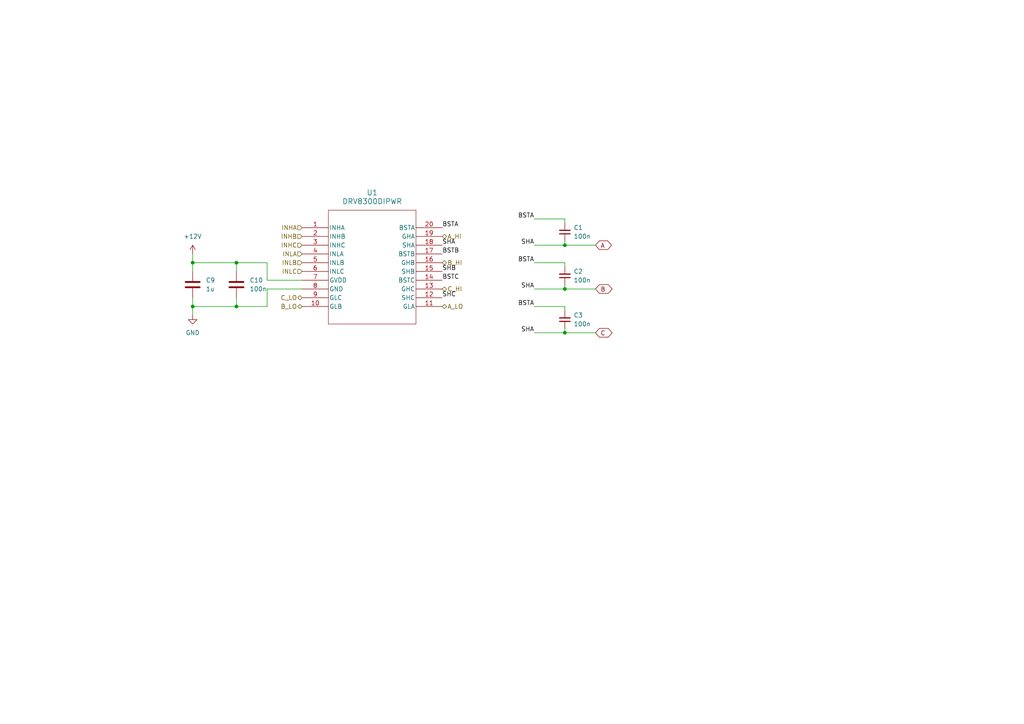
<source format=kicad_sch>
(kicad_sch (version 20250114) (generator "eeschema") (generator_version "9.0")
  (paper "A4")
  (lib_symbols
    (symbol "DRV8300D:DRV8300DIPWR" (pin_names (offset 0.254))
      (property "Reference" "U" (at 20.32 10.16 0))
      (property "Value" "DRV8300DIPWR" (at 20.32 7.62 0))
      (symbol "DRV8300DIPWR_0_1"
        (polyline (pts (xy 7.62 5.08) (xy 7.62 -27.94)) (stroke (width 0.127)))
        (polyline (pts (xy 7.62 -27.94) (xy 33.02 -27.94)) (stroke (width 0.127)))
        (polyline (pts (xy 33.02 5.08) (xy 7.62 5.08)) (stroke (width 0.127)))
        (polyline (pts (xy 33.02 -27.94) (xy 33.02 5.08)) (stroke (width 0.127)))
        (pin input line (at 0 0 0) (length 7.62) (name "INHA") (number "1"))
        (pin input line (at 0 -2.54 0) (length 7.62) (name "INHB") (number "2"))
        (pin input line (at 0 -5.08 0) (length 7.62) (name "INHC") (number "3"))
        (pin input line (at 0 -7.62 0) (length 7.62) (name "INLA") (number "4"))
        (pin input line (at 0 -10.16 0) (length 7.62) (name "INLB") (number "5"))
        (pin input line (at 0 -12.7 0) (length 7.62) (name "INLC") (number "6"))
        (pin power_in line (at 0 -15.24 0) (length 7.62) (name "GVDD") (number "7"))
        (pin power_out line (at 0 -17.78 0) (length 7.62) (name "GND") (number "8"))
        (pin unspecified line (at 0 -20.32 0) (length 7.62) (name "GLC") (number "9"))
        (pin unspecified line (at 0 -22.86 0) (length 7.62) (name "GLB") (number "10"))
        (pin unspecified line (at 40.64 0 180) (length 7.62) (name "BSTA") (number "20"))
        (pin unspecified line (at 40.64 -2.54 180) (length 7.62) (name "GHA") (number "19"))
        (pin unspecified line (at 40.64 -5.08 180) (length 7.62) (name "SHA") (number "18"))
        (pin unspecified line (at 40.64 -7.62 180) (length 7.62) (name "BSTB") (number "17"))
        (pin unspecified line (at 40.64 -10.16 180) (length 7.62) (name "GHB") (number "16"))
        (pin unspecified line (at 40.64 -12.7 180) (length 7.62) (name "SHB") (number "15"))
        (pin unspecified line (at 40.64 -15.24 180) (length 7.62) (name "BSTC") (number "14"))
        (pin unspecified line (at 40.64 -17.78 180) (length 7.62) (name "GHC") (number "13"))
        (pin unspecified line (at 40.64 -20.32 180) (length 7.62) (name "SHC") (number "12"))
        (pin unspecified line (at 40.64 -22.86 180) (length 7.62) (name "GLA") (number "11"))
      )
    )
    (symbol "Device:C" (pin_numbers (hide yes)) (pin_names (offset 0.254))
      (property "Reference" "C" (at 0.635 2.54 0))
      (property "Value" "C" (at 0.635 -2.54 0))
      (symbol "C_0_1"
        (polyline (pts (xy -2.032 0.762) (xy 2.032 0.762)) (stroke (width 0.508)))
        (polyline (pts (xy -2.032 -0.762) (xy 2.032 -0.762)) (stroke (width 0.508)))
      )
      (symbol "C_1_1"
        (pin passive line (at 0 3.81 270) (length 2.794) (name "~") (number "1"))
        (pin passive line (at 0 -3.81 90) (length 2.794) (name "~") (number "2"))
      )
    )
    (symbol "Device:C_Small" (pin_numbers (hide yes)) (pin_names (offset 0.254) (hide yes))
      (property "Reference" "C" (at 0.254 1.778 0))
      (property "Value" "C_Small" (at 0.254 -2.032 0))
      (symbol "C_Small_0_1"
        (polyline (pts (xy -1.524 0.508) (xy 1.524 0.508)) (stroke (width 0.3048)))
        (polyline (pts (xy -1.524 -0.508) (xy 1.524 -0.508)) (stroke (width 0.3302)))
      )
      (symbol "C_Small_1_1"
        (pin passive line (at 0 2.54 270) (length 2.032) (name "~") (number "1"))
        (pin passive line (at 0 -2.54 90) (length 2.032) (name "~") (number "2"))
      )
    )
    (symbol "power:+12V" (power) (pin_numbers (hide yes)) (pin_names (offset 0) (hide yes))
      (property "Value" "+12V" (at 0 3.556 0))
      (symbol "+12V_0_1"
        (polyline (pts (xy -0.762 1.27) (xy 0 2.54)))
        (polyline (pts (xy 0 2.54) (xy 0.762 1.27)))
        (polyline (pts (xy 0 0) (xy 0 2.54)))
      )
      (symbol "+12V_1_1"
        (pin power_in line (at 0 0 90) (length 0) (name "~") (number "1"))
      )
    )
    (symbol "power:GND" (power) (pin_numbers (hide yes)) (pin_names (offset 0) (hide yes))
      (property "Value" "GND" (at 0 -3.81 0))
      (symbol "GND_0_1"
        (polyline (pts (xy 0 0) (xy 0 -1.27) (xy 1.27 -1.27) (xy 0 -2.54) (xy -1.27 -1.27) (xy 0 -1.27)))
      )
      (symbol "GND_1_1"
        (pin power_in line (at 0 0 270) (length 0) (name "~") (number "1"))
      )
    )
  )
  (junction (at 55.88 88.9))
  (junction (at 68.58 76.2))
  (junction (at 55.88 76.2))
  (junction (at 68.58 88.9))
  (junction (at 163.83 71.12))
  (junction (at 163.83 83.82))
  (junction (at 163.83 96.52))
  (wire (pts (xy 68.58 86.36) (xy 68.58 88.9)))
  (wire (pts (xy 163.83 88.9) (xy 163.83 90.17)))
  (wire (pts (xy 55.88 86.36) (xy 55.88 88.9)))
  (wire (pts (xy 163.83 95.25) (xy 163.83 96.52)))
  (wire (pts (xy 77.47 76.2) (xy 77.47 81.28)))
  (wire (pts (xy 163.83 69.85) (xy 163.83 71.12)))
  (wire (pts (xy 154.94 71.12) (xy 163.83 71.12)))
  (wire (pts (xy 163.83 63.5) (xy 163.83 64.77)))
  (wire (pts (xy 163.83 83.82) (xy 172.72 83.82)))
  (wire (pts (xy 163.83 76.2) (xy 163.83 77.47)))
  (wire (pts (xy 163.83 82.55) (xy 163.83 83.82)))
  (wire (pts (xy 55.88 88.9) (xy 55.88 91.44)))
  (wire (pts (xy 154.94 63.5) (xy 163.83 63.5)))
  (wire (pts (xy 154.94 76.2) (xy 163.83 76.2)))
  (wire (pts (xy 77.47 81.28) (xy 87.63 81.28)))
  (wire (pts (xy 154.94 96.52) (xy 163.83 96.52)))
  (wire (pts (xy 154.94 83.82) (xy 163.83 83.82)))
  (wire (pts (xy 154.94 88.9) (xy 163.83 88.9)))
  (wire (pts (xy 77.47 88.9) (xy 77.47 83.82)))
  (wire (pts (xy 68.58 76.2) (xy 68.58 78.74)))
  (wire (pts (xy 77.47 83.82) (xy 87.63 83.82)))
  (wire (pts (xy 55.88 73.66) (xy 55.88 76.2)))
  (wire (pts (xy 163.83 96.52) (xy 172.72 96.52)))
  (wire (pts (xy 68.58 76.2) (xy 77.47 76.2)))
  (wire (pts (xy 68.58 88.9) (xy 55.88 88.9)))
  (wire (pts (xy 55.88 76.2) (xy 55.88 78.74)))
  (wire (pts (xy 163.83 71.12) (xy 172.72 71.12)))
  (wire (pts (xy 77.47 88.9) (xy 68.58 88.9)))
  (wire (pts (xy 55.88 76.2) (xy 68.58 76.2)))
  (label "BSTB" (at 128.27 73.66 0))
  (label "BSTA" (at 154.94 63.5 180))
  (label "SHA" (at 154.94 96.52 180))
  (label "SHB" (at 128.27 78.74 0))
  (label "SHC" (at 128.27 86.36 0))
  (label "BSTA" (at 128.27 66.04 0))
  (label "BSTA" (at 154.94 76.2 180))
  (label "SHA" (at 154.94 71.12 180))
  (label "SHA" (at 128.27 71.12 0))
  (label "BSTA" (at 154.94 88.9 180))
  (label "SHA" (at 154.94 83.82 180))
  (label "BSTC" (at 128.27 81.28 0))
  (global_label "A" (shape bidirectional) (at 172.72 71.12 0) (property "Intersheetrefs" "${INTERSHEET_REFS}" (effects (hide yes))))
  (global_label "C" (shape bidirectional) (at 172.72 96.52 0) (property "Intersheetrefs" "${INTERSHEET_REFS}" (effects (hide yes))))
  (global_label "B" (shape bidirectional) (at 172.72 83.82 0) (property "Intersheetrefs" "${INTERSHEET_REFS}" (effects (hide yes))))
  (hierarchical_label "C_LO" (shape bidirectional) (at 87.63 86.36 180))
  (hierarchical_label "C_HI" (shape bidirectional) (at 128.27 83.82 0))
  (hierarchical_label "INHB" (shape input) (at 87.63 68.58 180))
  (hierarchical_label "B_HI" (shape bidirectional) (at 128.27 76.2 0))
  (hierarchical_label "INHA" (shape input) (at 87.63 66.04 180))
  (hierarchical_label "INLC" (shape input) (at 87.63 78.74 180))
  (hierarchical_label "INLA" (shape input) (at 87.63 73.66 180))
  (hierarchical_label "A_LO" (shape bidirectional) (at 128.27 88.9 0))
  (hierarchical_label "INHC" (shape input) (at 87.63 71.12 180))
  (hierarchical_label "INLB" (shape input) (at 87.63 76.2 180))
  (hierarchical_label "B_LO" (shape bidirectional) (at 87.63 88.9 180))
  (hierarchical_label "A_HI" (shape bidirectional) (at 128.27 68.58 0))
  (symbol (lib_id "Device:C") (at 55.88 82.55 0) (unit 1)
    (property "Reference" "C9" (at 59.69 81.2799 0) (effects (justify left)))
    (property "Value" "1u" (at 59.69 83.8199 0) (effects (justify left)))
    (property "Description" "Unpolarized capacitor" (effects (hide yes)))
  )
  (symbol (lib_id "power:+12V") (at 55.88 73.66 0) (unit 1)
    (property "Reference" "#PWR07" (effects (hide yes)))
    (property "Value" "+12V" (at 55.88 68.58 0))
    (property "Description" "Power symbol creates a global label with name \"+12V\"" (effects (hide yes)))
  )
  (symbol (lib_id "Device:C_Small") (at 163.83 67.31 180) (unit 1)
    (property "Reference" "C1" (at 166.37 66.0335 0) (effects (justify right)))
    (property "Value" "100n" (at 166.37 68.5735 0) (effects (justify right)))
    (property "Description" "Unpolarized capacitor, small symbol" (effects (hide yes)))
  )
  (symbol (lib_id "Device:C_Small") (at 163.83 80.01 180) (unit 1)
    (property "Reference" "C2" (at 166.37 78.7335 0) (effects (justify right)))
    (property "Value" "100n" (at 166.37 81.2735 0) (effects (justify right)))
    (property "Description" "Unpolarized capacitor, small symbol" (effects (hide yes)))
  )
  (symbol (lib_id "power:GND") (at 55.88 91.44 0) (unit 1)
    (property "Reference" "#PWR08" (effects (hide yes)))
    (property "Value" "GND" (at 55.88 96.52 0))
    (property "Description" "Power symbol creates a global label with name \"GND\" , ground" (effects (hide yes)))
  )
  (symbol (lib_id "Device:C") (at 68.58 82.55 0) (unit 1)
    (property "Reference" "C10" (at 72.39 81.2799 0) (effects (justify left)))
    (property "Value" "100n" (at 72.39 83.8199 0) (effects (justify left)))
    (property "Description" "Unpolarized capacitor" (effects (hide yes)))
  )
  (symbol (lib_id "DRV8300D:DRV8300DIPWR") (at 87.63 66.04 0) (unit 1)
    (property "Reference" "U1" (at 107.95 55.88 0) (effects (font (size 1.524 1.524))))
    (property "Value" "DRV8300DIPWR" (at 107.95 58.42 0) (effects (font (size 1.524 1.524))))
    (property "Footprint" "DRV8300:TSSOP_0DIPWR_TEX" (effects (hide yes)))
    (property "Datasheet" "DRV8300DIPWR" (effects (hide yes)))
  )
  (symbol (lib_id "Device:C_Small") (at 163.83 92.71 180) (unit 1)
    (property "Reference" "C3" (at 166.37 91.4335 0) (effects (justify right)))
    (property "Value" "100n" (at 166.37 93.9735 0) (effects (justify right)))
    (property "Description" "Unpolarized capacitor, small symbol" (effects (hide yes)))
  )
)
</source>
